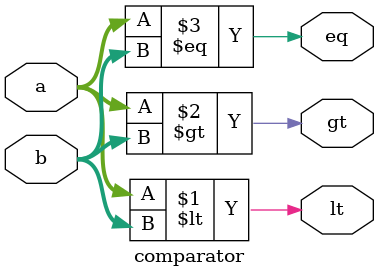
<source format=v>
module comparator(input[2:0]a,b,output lt,gt,eq);
assign lt=a<b;
assign gt=a>b;
assign eq=a==b;
endmodule

</source>
